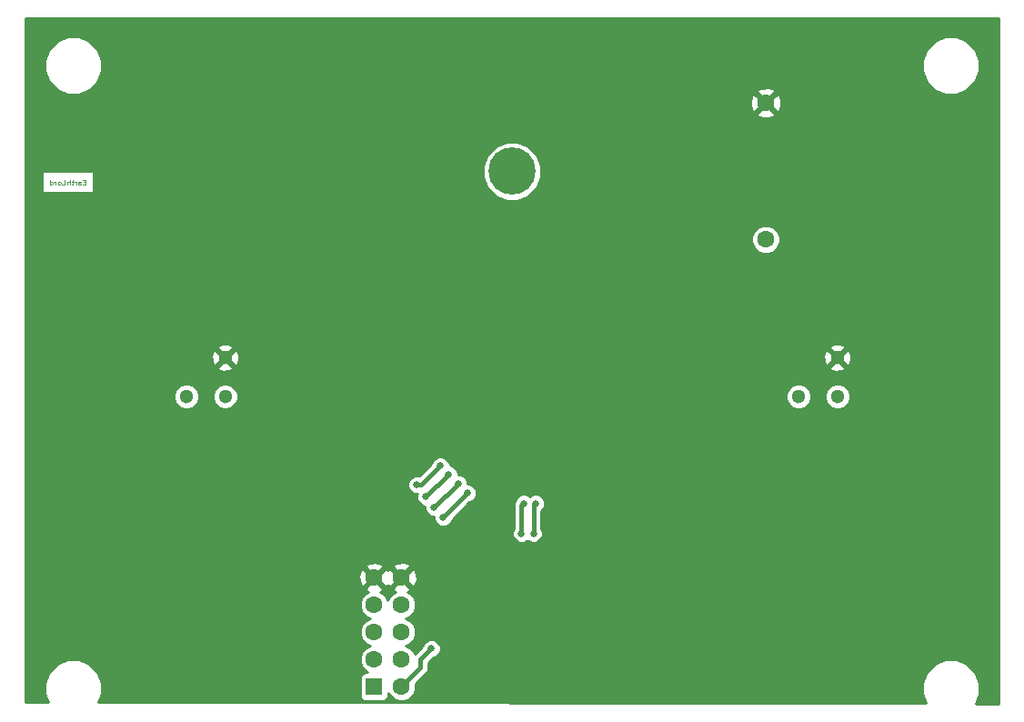
<source format=gbl>
G04 #@! TF.FileFunction,Copper,L2,Bot,Signal*
%FSLAX46Y46*%
G04 Gerber Fmt 4.6, Leading zero omitted, Abs format (unit mm)*
G04 Created by KiCad (PCBNEW (2015-06-24 BZR 5814)-product) date Tue Mar 14 22:56:28 2017*
%MOMM*%
G01*
G04 APERTURE LIST*
%ADD10C,0.100000*%
%ADD11C,0.125000*%
%ADD12C,1.600000*%
%ADD13C,4.400000*%
%ADD14R,1.600000X1.600000*%
%ADD15C,1.300000*%
%ADD16C,0.660400*%
%ADD17C,0.406400*%
%ADD18C,0.254000*%
G04 APERTURE END LIST*
D10*
D11*
X54166666Y-101864286D02*
X54000000Y-101864286D01*
X53928571Y-102126190D02*
X54166666Y-102126190D01*
X54166666Y-101626190D01*
X53928571Y-101626190D01*
X53500000Y-102126190D02*
X53500000Y-101864286D01*
X53523809Y-101816667D01*
X53571428Y-101792857D01*
X53666666Y-101792857D01*
X53714285Y-101816667D01*
X53500000Y-102102381D02*
X53547619Y-102126190D01*
X53666666Y-102126190D01*
X53714285Y-102102381D01*
X53738095Y-102054762D01*
X53738095Y-102007143D01*
X53714285Y-101959524D01*
X53666666Y-101935714D01*
X53547619Y-101935714D01*
X53500000Y-101911905D01*
X53261904Y-102126190D02*
X53261904Y-101792857D01*
X53261904Y-101888095D02*
X53238095Y-101840476D01*
X53214285Y-101816667D01*
X53166666Y-101792857D01*
X53119047Y-101792857D01*
X53023809Y-101792857D02*
X52833333Y-101792857D01*
X52952380Y-101626190D02*
X52952380Y-102054762D01*
X52928571Y-102102381D01*
X52880952Y-102126190D01*
X52833333Y-102126190D01*
X52666666Y-102126190D02*
X52666666Y-101626190D01*
X52452381Y-102126190D02*
X52452381Y-101864286D01*
X52476190Y-101816667D01*
X52523809Y-101792857D01*
X52595238Y-101792857D01*
X52642857Y-101816667D01*
X52666666Y-101840476D01*
X51976190Y-102126190D02*
X52214285Y-102126190D01*
X52214285Y-101626190D01*
X51738095Y-102126190D02*
X51785714Y-102102381D01*
X51809523Y-102078571D01*
X51833333Y-102030952D01*
X51833333Y-101888095D01*
X51809523Y-101840476D01*
X51785714Y-101816667D01*
X51738095Y-101792857D01*
X51666666Y-101792857D01*
X51619047Y-101816667D01*
X51595238Y-101840476D01*
X51571428Y-101888095D01*
X51571428Y-102030952D01*
X51595238Y-102078571D01*
X51619047Y-102102381D01*
X51666666Y-102126190D01*
X51738095Y-102126190D01*
X51357142Y-102126190D02*
X51357142Y-101792857D01*
X51357142Y-101888095D02*
X51333333Y-101840476D01*
X51309523Y-101816667D01*
X51261904Y-101792857D01*
X51214285Y-101792857D01*
X50833333Y-102126190D02*
X50833333Y-101626190D01*
X50833333Y-102102381D02*
X50880952Y-102126190D01*
X50976190Y-102126190D01*
X51023809Y-102102381D01*
X51047618Y-102078571D01*
X51071428Y-102030952D01*
X51071428Y-101888095D01*
X51047618Y-101840476D01*
X51023809Y-101816667D01*
X50976190Y-101792857D01*
X50880952Y-101792857D01*
X50833333Y-101816667D01*
D12*
X117475000Y-94488000D03*
X117475000Y-107188000D03*
D13*
X93850000Y-100838000D03*
D14*
X81026000Y-148844000D03*
D12*
X83566000Y-148844000D03*
X81026000Y-146304000D03*
X83566000Y-146304000D03*
X81026000Y-143764000D03*
X83566000Y-143764000D03*
X81026000Y-141224000D03*
X83566000Y-141224000D03*
X81026000Y-138684000D03*
X83566000Y-138684000D03*
D15*
X63554000Y-121796000D03*
X67146000Y-118204000D03*
X67146000Y-121796000D03*
X120554000Y-121796000D03*
X124146000Y-118204000D03*
X124146000Y-121796000D03*
D16*
X83845400Y-125476000D03*
X89865200Y-136474200D03*
X102350000Y-149550000D03*
X104190800Y-126542800D03*
X86614000Y-149758400D03*
X99110800Y-135534400D03*
X106172000Y-134569200D03*
X108915200Y-123647200D03*
X87960200Y-129057400D03*
X85852000Y-131165600D03*
X96062800Y-131775200D03*
X95859600Y-134569200D03*
X87198200Y-128270000D03*
X84988400Y-130048000D03*
X94945200Y-131775200D03*
X94742000Y-134569200D03*
X86360000Y-145288000D03*
X86614000Y-132156200D03*
X88849200Y-129921000D03*
X87452200Y-133070600D03*
X89712800Y-130810000D03*
D17*
X87960200Y-129057400D02*
X85852000Y-131165600D01*
X95859600Y-131978400D02*
X96062800Y-131775200D01*
X95859600Y-134569200D02*
X95859600Y-131978400D01*
X87198200Y-128270000D02*
X85420200Y-130048000D01*
X85420200Y-130048000D02*
X84988400Y-130048000D01*
X94742000Y-131978400D02*
X94945200Y-131775200D01*
X94742000Y-134569200D02*
X94742000Y-131978400D01*
X85344000Y-147066000D02*
X83566000Y-148844000D01*
X85344000Y-146304000D02*
X85344000Y-147066000D01*
X86360000Y-145288000D02*
X85344000Y-146304000D01*
X86614000Y-132156200D02*
X88849200Y-129921000D01*
X87452200Y-133070600D02*
X89712800Y-130810000D01*
D18*
G36*
X139116600Y-150392753D02*
X137028181Y-150390439D01*
X137382933Y-149536103D01*
X137383865Y-148468580D01*
X136976202Y-147481962D01*
X136222009Y-146726451D01*
X135236103Y-146317067D01*
X134168580Y-146316135D01*
X133181962Y-146723798D01*
X132426451Y-147477991D01*
X132017067Y-148463897D01*
X132016135Y-149531420D01*
X132368942Y-150385277D01*
X55365754Y-150299954D01*
X55682933Y-149536103D01*
X55683865Y-148468580D01*
X55276202Y-147481962D01*
X54522009Y-146726451D01*
X53536103Y-146317067D01*
X52468580Y-146316135D01*
X51481962Y-146723798D01*
X50726451Y-147477991D01*
X50317067Y-148463897D01*
X50316135Y-149531420D01*
X50631520Y-150294708D01*
X48583400Y-150292439D01*
X48583400Y-139691745D01*
X80197861Y-139691745D01*
X80271995Y-139937864D01*
X80472535Y-140009946D01*
X80271676Y-140092939D01*
X79896258Y-140467703D01*
X79692832Y-140957607D01*
X79692369Y-141488066D01*
X79894939Y-141978324D01*
X80269703Y-142353742D01*
X80607708Y-142494094D01*
X80271676Y-142632939D01*
X79896258Y-143007703D01*
X79692832Y-143497607D01*
X79692369Y-144028066D01*
X79894939Y-144518324D01*
X80269703Y-144893742D01*
X80607708Y-145034094D01*
X80271676Y-145172939D01*
X79896258Y-145547703D01*
X79692832Y-146037607D01*
X79692369Y-146568066D01*
X79894939Y-147058324D01*
X80269703Y-147433742D01*
X80429631Y-147500150D01*
X80226000Y-147500150D01*
X80022617Y-147539611D01*
X79843861Y-147657034D01*
X79724204Y-147834302D01*
X79682150Y-148044000D01*
X79682150Y-149644000D01*
X79721611Y-149847383D01*
X79839034Y-150026139D01*
X80016302Y-150145796D01*
X80226000Y-150187850D01*
X81826000Y-150187850D01*
X82029383Y-150148389D01*
X82208139Y-150030966D01*
X82327796Y-149853698D01*
X82369850Y-149644000D01*
X82369850Y-149440796D01*
X82434939Y-149598324D01*
X82809703Y-149973742D01*
X83299607Y-150177168D01*
X83830066Y-150177631D01*
X84320324Y-149975061D01*
X84695742Y-149600297D01*
X84899168Y-149110393D01*
X84899631Y-148579934D01*
X84891487Y-148560223D01*
X85864855Y-147586855D01*
X85894690Y-147542204D01*
X86024530Y-147347885D01*
X86080600Y-147066000D01*
X86080600Y-146609110D01*
X86542842Y-146146868D01*
X86848551Y-146020551D01*
X87091698Y-145777829D01*
X87223450Y-145460534D01*
X87223750Y-145116973D01*
X87092551Y-144799449D01*
X86849829Y-144556302D01*
X86532534Y-144424550D01*
X86188973Y-144424250D01*
X85871449Y-144555449D01*
X85628302Y-144798171D01*
X85500616Y-145105674D01*
X84823145Y-145783145D01*
X84804845Y-145810533D01*
X84697061Y-145549676D01*
X84322297Y-145174258D01*
X83984292Y-145033906D01*
X84320324Y-144895061D01*
X84695742Y-144520297D01*
X84899168Y-144030393D01*
X84899631Y-143499934D01*
X84697061Y-143009676D01*
X84322297Y-142634258D01*
X83984292Y-142493906D01*
X84320324Y-142355061D01*
X84695742Y-141980297D01*
X84899168Y-141490393D01*
X84899631Y-140959934D01*
X84697061Y-140469676D01*
X84322297Y-140094258D01*
X84132601Y-140015489D01*
X84320005Y-139937864D01*
X84394139Y-139691745D01*
X83566000Y-138863605D01*
X82737861Y-139691745D01*
X82811995Y-139937864D01*
X83012535Y-140009946D01*
X82811676Y-140092939D01*
X82436258Y-140467703D01*
X82295906Y-140805708D01*
X82157061Y-140469676D01*
X81782297Y-140094258D01*
X81592601Y-140015489D01*
X81780005Y-139937864D01*
X81854139Y-139691745D01*
X81026000Y-138863605D01*
X80666789Y-138863605D01*
X80846395Y-138684000D01*
X80846395Y-138684000D01*
X81205605Y-138684000D01*
X82033745Y-139512139D01*
X82279864Y-139438005D01*
X82294858Y-139396291D01*
X82312136Y-139438005D01*
X82558255Y-139512139D01*
X83386395Y-138684000D01*
X83745605Y-138684000D01*
X84573745Y-139512139D01*
X84819864Y-139438005D01*
X85012965Y-138900777D01*
X84985778Y-138330546D01*
X84819864Y-137929995D01*
X84573745Y-137855861D01*
X83745605Y-138684000D01*
X83386395Y-138684000D01*
X83386395Y-138684000D01*
X82558255Y-137855861D01*
X82312136Y-137929995D01*
X82297142Y-137971709D01*
X82279864Y-137929995D01*
X82033745Y-137855861D01*
X81674533Y-137855861D01*
X81854139Y-137676255D01*
X81780005Y-137430136D01*
X81318415Y-137264222D01*
X83212546Y-137264222D01*
X82811995Y-137430136D01*
X82737861Y-137676255D01*
X83566000Y-138504395D01*
X84394139Y-137676255D01*
X84320005Y-137430136D01*
X83782777Y-137237035D01*
X83212546Y-137264222D01*
X81318415Y-137264222D01*
X81242777Y-137237035D01*
X80672546Y-137264222D01*
X80271995Y-137430136D01*
X80197861Y-137676255D01*
X81026000Y-138504395D01*
X81674533Y-137855861D01*
X82033745Y-137855861D01*
X81674533Y-137855861D01*
X81674533Y-137855861D01*
X82033745Y-137855861D01*
X81205605Y-138684000D01*
X80846395Y-138684000D01*
X80018255Y-137855861D01*
X79772136Y-137929995D01*
X79579035Y-138467223D01*
X79606222Y-139037454D01*
X79772136Y-139438005D01*
X80018255Y-139512139D01*
X80666789Y-138863605D01*
X81026000Y-138863605D01*
X80666789Y-138863605D01*
X80666789Y-138863605D01*
X81026000Y-138863605D01*
X80197861Y-139691745D01*
X48583400Y-139691745D01*
X48583400Y-134091176D01*
X94005400Y-134091176D01*
X93878550Y-134396666D01*
X93878250Y-134740227D01*
X94009449Y-135057751D01*
X94252171Y-135300898D01*
X94569466Y-135432650D01*
X94913027Y-135432950D01*
X95230551Y-135301751D01*
X95300709Y-135231715D01*
X95369771Y-135300898D01*
X95687066Y-135432650D01*
X96030627Y-135432950D01*
X96348151Y-135301751D01*
X96591298Y-135059029D01*
X96723050Y-134741734D01*
X96723350Y-134398173D01*
X96596200Y-134090448D01*
X96596200Y-132462980D01*
X96794498Y-132265029D01*
X96926250Y-131947734D01*
X96926550Y-131604173D01*
X96795351Y-131286649D01*
X96552629Y-131043502D01*
X96235334Y-130911750D01*
X95891773Y-130911450D01*
X95574249Y-131042649D01*
X95504091Y-131112685D01*
X95435029Y-131043502D01*
X95117734Y-130911750D01*
X94774173Y-130911450D01*
X90576312Y-130911450D01*
X90576550Y-130638973D01*
X90445351Y-130321449D01*
X90202629Y-130078302D01*
X89885334Y-129946550D01*
X89712778Y-129946399D01*
X89712950Y-129749973D01*
X89581751Y-129432449D01*
X89339029Y-129189302D01*
X89021734Y-129057550D01*
X88823801Y-129057377D01*
X88823950Y-128886373D01*
X88692751Y-128568849D01*
X88450029Y-128325702D01*
X88132734Y-128193950D01*
X88061867Y-128193888D01*
X88061950Y-128098973D01*
X87930751Y-127781449D01*
X87688029Y-127538302D01*
X87370734Y-127406550D01*
X87027173Y-127406250D01*
X86709649Y-127537449D01*
X86466502Y-127780171D01*
X86338816Y-128087674D01*
X85218173Y-129208317D01*
X85160934Y-129184550D01*
X84817373Y-129184250D01*
X84499849Y-129315449D01*
X84256702Y-129558171D01*
X84124950Y-129875466D01*
X84124650Y-130219027D01*
X84255849Y-130536551D01*
X84498571Y-130779698D01*
X84815866Y-130911450D01*
X85022365Y-130911630D01*
X84988550Y-130993066D01*
X84988250Y-131336627D01*
X85119449Y-131654151D01*
X85362171Y-131897298D01*
X85679466Y-132029050D01*
X85750510Y-132029112D01*
X85750250Y-132327227D01*
X85881449Y-132644751D01*
X86124171Y-132887898D01*
X86441466Y-133019650D01*
X86588644Y-133019779D01*
X86588450Y-133241627D01*
X86719649Y-133559151D01*
X86962371Y-133802298D01*
X87279666Y-133934050D01*
X87623227Y-133934350D01*
X87940751Y-133803151D01*
X88183898Y-133560429D01*
X88311584Y-133252926D01*
X89895642Y-131668868D01*
X90201351Y-131542551D01*
X90444498Y-131299829D01*
X90576250Y-130982534D01*
X90576312Y-130911450D01*
X94774173Y-130911450D01*
X90576312Y-130911450D01*
X90576312Y-130911450D01*
X94774173Y-130911450D01*
X94456649Y-131042649D01*
X94213502Y-131285371D01*
X94081750Y-131602666D01*
X94081694Y-131666247D01*
X94061470Y-131696515D01*
X94005400Y-131978400D01*
X94005400Y-134091176D01*
X48583400Y-134091176D01*
X48583400Y-120792177D01*
X62884534Y-120792177D01*
X62551347Y-121124783D01*
X62370806Y-121559575D01*
X62370395Y-122030360D01*
X62550177Y-122465466D01*
X62882783Y-122798653D01*
X63317575Y-122979194D01*
X63788360Y-122979605D01*
X64223466Y-122799823D01*
X64556653Y-122467217D01*
X64737194Y-122032425D01*
X64737605Y-121561640D01*
X64557823Y-121126534D01*
X64225217Y-120793347D01*
X64222400Y-120792177D01*
X66476534Y-120792177D01*
X66143347Y-121124783D01*
X65962806Y-121559575D01*
X65962395Y-122030360D01*
X66142177Y-122465466D01*
X66474783Y-122798653D01*
X66909575Y-122979194D01*
X67380360Y-122979605D01*
X67815466Y-122799823D01*
X68148653Y-122467217D01*
X68329194Y-122032425D01*
X68329605Y-121561640D01*
X68149823Y-121126534D01*
X67817217Y-120793347D01*
X67814400Y-120792177D01*
X119884534Y-120792177D01*
X119551347Y-121124783D01*
X119370806Y-121559575D01*
X119370395Y-122030360D01*
X119550177Y-122465466D01*
X119882783Y-122798653D01*
X120317575Y-122979194D01*
X120788360Y-122979605D01*
X121223466Y-122799823D01*
X121556653Y-122467217D01*
X121737194Y-122032425D01*
X121737605Y-121561640D01*
X121557823Y-121126534D01*
X121225217Y-120793347D01*
X121222400Y-120792177D01*
X123476534Y-120792177D01*
X123143347Y-121124783D01*
X122962806Y-121559575D01*
X122962395Y-122030360D01*
X123142177Y-122465466D01*
X123474783Y-122798653D01*
X123909575Y-122979194D01*
X124380360Y-122979605D01*
X124815466Y-122799823D01*
X125148653Y-122467217D01*
X125329194Y-122032425D01*
X125329605Y-121561640D01*
X125149823Y-121126534D01*
X124817217Y-120793347D01*
X124382425Y-120612806D01*
X123911640Y-120612395D01*
X123476534Y-120792177D01*
X121222400Y-120792177D01*
X120790425Y-120612806D01*
X120319640Y-120612395D01*
X119884534Y-120792177D01*
X67814400Y-120792177D01*
X67382425Y-120612806D01*
X66911640Y-120612395D01*
X66476534Y-120792177D01*
X64222400Y-120792177D01*
X63790425Y-120612806D01*
X63319640Y-120612395D01*
X62884534Y-120792177D01*
X48583400Y-120792177D01*
X48583400Y-119103016D01*
X66426590Y-119103016D01*
X66482271Y-119333611D01*
X66965078Y-119501622D01*
X67475428Y-119472083D01*
X67809729Y-119333611D01*
X67865410Y-119103016D01*
X123426590Y-119103016D01*
X123482271Y-119333611D01*
X123965078Y-119501622D01*
X124475428Y-119472083D01*
X124809729Y-119333611D01*
X124865410Y-119103016D01*
X124685805Y-118923410D01*
X125045016Y-118923410D01*
X125275611Y-118867729D01*
X125443622Y-118384922D01*
X125414083Y-117874572D01*
X125275611Y-117540271D01*
X125045016Y-117484590D01*
X124325605Y-118204000D01*
X123966395Y-118204000D01*
X123966395Y-118204000D01*
X123246984Y-117484590D01*
X123016389Y-117540271D01*
X122848378Y-118023078D01*
X122877917Y-118533428D01*
X123016389Y-118867729D01*
X123246984Y-118923410D01*
X123966395Y-118204000D01*
X124325605Y-118204000D01*
X123966395Y-118204000D01*
X123966395Y-118204000D01*
X124325605Y-118204000D01*
X125045016Y-118923410D01*
X124685805Y-118923410D01*
X124146000Y-118383605D01*
X123426590Y-119103016D01*
X67865410Y-119103016D01*
X67865410Y-119103016D01*
X67685805Y-118923410D01*
X68045016Y-118923410D01*
X68275611Y-118867729D01*
X68443622Y-118384922D01*
X68414083Y-117874572D01*
X68275611Y-117540271D01*
X68045016Y-117484590D01*
X67325605Y-118204000D01*
X66966395Y-118204000D01*
X66966395Y-118204000D01*
X66246984Y-117484590D01*
X66016389Y-117540271D01*
X65848378Y-118023078D01*
X65877917Y-118533428D01*
X66016389Y-118867729D01*
X66246984Y-118923410D01*
X66966395Y-118204000D01*
X67325605Y-118204000D01*
X66966395Y-118204000D01*
X66966395Y-118204000D01*
X67325605Y-118204000D01*
X68045016Y-118923410D01*
X67685805Y-118923410D01*
X67146000Y-118383605D01*
X66426590Y-119103016D01*
X48583400Y-119103016D01*
X48583400Y-116935917D01*
X66816572Y-116935917D01*
X66482271Y-117074389D01*
X66426590Y-117304984D01*
X67146000Y-118024395D01*
X67865410Y-117304984D01*
X67809729Y-117074389D01*
X67411808Y-116935917D01*
X123816572Y-116935917D01*
X123482271Y-117074389D01*
X123426590Y-117304984D01*
X124146000Y-118024395D01*
X124865410Y-117304984D01*
X124809729Y-117074389D01*
X124326922Y-116906378D01*
X123816572Y-116935917D01*
X67411808Y-116935917D01*
X67326922Y-116906378D01*
X66816572Y-116935917D01*
X48583400Y-116935917D01*
X48583400Y-106056939D01*
X116720676Y-106056939D01*
X116345258Y-106431703D01*
X116141832Y-106921607D01*
X116141369Y-107452066D01*
X116343939Y-107942324D01*
X116718703Y-108317742D01*
X117208607Y-108521168D01*
X117739066Y-108521631D01*
X118229324Y-108319061D01*
X118604742Y-107944297D01*
X118808168Y-107454393D01*
X118808631Y-106923934D01*
X118606061Y-106433676D01*
X118231297Y-106058258D01*
X117741393Y-105854832D01*
X117210934Y-105854369D01*
X116720676Y-106056939D01*
X48583400Y-106056939D01*
X48583400Y-100829100D01*
X50118386Y-100829100D01*
X50118386Y-102845900D01*
X54881615Y-102845900D01*
X54881615Y-100829100D01*
X50118386Y-100829100D01*
X48583400Y-100829100D01*
X48583400Y-98519385D01*
X92303676Y-98519385D01*
X91534088Y-99287632D01*
X91117076Y-100291908D01*
X91116127Y-101379321D01*
X91531385Y-102384324D01*
X92299632Y-103153912D01*
X93303908Y-103570924D01*
X94391321Y-103571873D01*
X95396324Y-103156615D01*
X96165912Y-102388368D01*
X96582924Y-101384092D01*
X96583873Y-100296679D01*
X96168615Y-99291676D01*
X95400368Y-98522088D01*
X94396092Y-98105076D01*
X93308679Y-98104127D01*
X92303676Y-98519385D01*
X48583400Y-98519385D01*
X48583400Y-95495745D01*
X116646861Y-95495745D01*
X116720995Y-95741864D01*
X117258223Y-95934965D01*
X117828454Y-95907778D01*
X118229005Y-95741864D01*
X118303139Y-95495745D01*
X117475000Y-94667605D01*
X116646861Y-95495745D01*
X48583400Y-95495745D01*
X48583400Y-93733995D01*
X116221136Y-93733995D01*
X116028035Y-94271223D01*
X116055222Y-94841454D01*
X116221136Y-95242005D01*
X116467255Y-95316139D01*
X117295395Y-94488000D01*
X117654605Y-94488000D01*
X118482745Y-95316139D01*
X118728864Y-95242005D01*
X118921965Y-94704777D01*
X118894778Y-94134546D01*
X118728864Y-93733995D01*
X118482745Y-93659861D01*
X117654605Y-94488000D01*
X117295395Y-94488000D01*
X117295395Y-94488000D01*
X117115790Y-94308395D01*
X117475000Y-94308395D01*
X118303139Y-93480255D01*
X118229005Y-93234136D01*
X117691777Y-93041035D01*
X117121546Y-93068222D01*
X54726381Y-93068222D01*
X55273549Y-92522009D01*
X55682933Y-91536103D01*
X55683865Y-90468580D01*
X55276202Y-89481962D01*
X54522009Y-88726451D01*
X54515620Y-88723798D01*
X133181962Y-88723798D01*
X132426451Y-89477991D01*
X132017067Y-90463897D01*
X132016135Y-91531420D01*
X132423798Y-92518038D01*
X133177991Y-93273549D01*
X134163897Y-93682933D01*
X135231420Y-93683865D01*
X136218038Y-93276202D01*
X136973549Y-92522009D01*
X137382933Y-91536103D01*
X137383865Y-90468580D01*
X136976202Y-89481962D01*
X136222009Y-88726451D01*
X135236103Y-88317067D01*
X134168580Y-88316135D01*
X133181962Y-88723798D01*
X54515620Y-88723798D01*
X53536103Y-88317067D01*
X52468580Y-88316135D01*
X51481962Y-88723798D01*
X50726451Y-89477991D01*
X50317067Y-90463897D01*
X50316135Y-91531420D01*
X50723798Y-92518038D01*
X51477991Y-93273549D01*
X52463897Y-93682933D01*
X53531420Y-93683865D01*
X54518038Y-93276202D01*
X54726381Y-93068222D01*
X117121546Y-93068222D01*
X54726381Y-93068222D01*
X54726381Y-93068222D01*
X117121546Y-93068222D01*
X116720995Y-93234136D01*
X116646861Y-93480255D01*
X117475000Y-94308395D01*
X117115790Y-94308395D01*
X116467255Y-93659861D01*
X116221136Y-93733995D01*
X48583400Y-93733995D01*
X48583400Y-86583400D01*
X139116600Y-86583400D01*
X139116600Y-150392753D01*
X139116600Y-150392753D01*
G37*
X139116600Y-150392753D02*
X137028181Y-150390439D01*
X137382933Y-149536103D01*
X137383865Y-148468580D01*
X136976202Y-147481962D01*
X136222009Y-146726451D01*
X135236103Y-146317067D01*
X134168580Y-146316135D01*
X133181962Y-146723798D01*
X132426451Y-147477991D01*
X132017067Y-148463897D01*
X132016135Y-149531420D01*
X132368942Y-150385277D01*
X55365754Y-150299954D01*
X55682933Y-149536103D01*
X55683865Y-148468580D01*
X55276202Y-147481962D01*
X54522009Y-146726451D01*
X53536103Y-146317067D01*
X52468580Y-146316135D01*
X51481962Y-146723798D01*
X50726451Y-147477991D01*
X50317067Y-148463897D01*
X50316135Y-149531420D01*
X50631520Y-150294708D01*
X48583400Y-150292439D01*
X48583400Y-139691745D01*
X80197861Y-139691745D01*
X80271995Y-139937864D01*
X80472535Y-140009946D01*
X80271676Y-140092939D01*
X79896258Y-140467703D01*
X79692832Y-140957607D01*
X79692369Y-141488066D01*
X79894939Y-141978324D01*
X80269703Y-142353742D01*
X80607708Y-142494094D01*
X80271676Y-142632939D01*
X79896258Y-143007703D01*
X79692832Y-143497607D01*
X79692369Y-144028066D01*
X79894939Y-144518324D01*
X80269703Y-144893742D01*
X80607708Y-145034094D01*
X80271676Y-145172939D01*
X79896258Y-145547703D01*
X79692832Y-146037607D01*
X79692369Y-146568066D01*
X79894939Y-147058324D01*
X80269703Y-147433742D01*
X80429631Y-147500150D01*
X80226000Y-147500150D01*
X80022617Y-147539611D01*
X79843861Y-147657034D01*
X79724204Y-147834302D01*
X79682150Y-148044000D01*
X79682150Y-149644000D01*
X79721611Y-149847383D01*
X79839034Y-150026139D01*
X80016302Y-150145796D01*
X80226000Y-150187850D01*
X81826000Y-150187850D01*
X82029383Y-150148389D01*
X82208139Y-150030966D01*
X82327796Y-149853698D01*
X82369850Y-149644000D01*
X82369850Y-149440796D01*
X82434939Y-149598324D01*
X82809703Y-149973742D01*
X83299607Y-150177168D01*
X83830066Y-150177631D01*
X84320324Y-149975061D01*
X84695742Y-149600297D01*
X84899168Y-149110393D01*
X84899631Y-148579934D01*
X84891487Y-148560223D01*
X85864855Y-147586855D01*
X85894690Y-147542204D01*
X86024530Y-147347885D01*
X86080600Y-147066000D01*
X86080600Y-146609110D01*
X86542842Y-146146868D01*
X86848551Y-146020551D01*
X87091698Y-145777829D01*
X87223450Y-145460534D01*
X87223750Y-145116973D01*
X87092551Y-144799449D01*
X86849829Y-144556302D01*
X86532534Y-144424550D01*
X86188973Y-144424250D01*
X85871449Y-144555449D01*
X85628302Y-144798171D01*
X85500616Y-145105674D01*
X84823145Y-145783145D01*
X84804845Y-145810533D01*
X84697061Y-145549676D01*
X84322297Y-145174258D01*
X83984292Y-145033906D01*
X84320324Y-144895061D01*
X84695742Y-144520297D01*
X84899168Y-144030393D01*
X84899631Y-143499934D01*
X84697061Y-143009676D01*
X84322297Y-142634258D01*
X83984292Y-142493906D01*
X84320324Y-142355061D01*
X84695742Y-141980297D01*
X84899168Y-141490393D01*
X84899631Y-140959934D01*
X84697061Y-140469676D01*
X84322297Y-140094258D01*
X84132601Y-140015489D01*
X84320005Y-139937864D01*
X84394139Y-139691745D01*
X83566000Y-138863605D01*
X82737861Y-139691745D01*
X82811995Y-139937864D01*
X83012535Y-140009946D01*
X82811676Y-140092939D01*
X82436258Y-140467703D01*
X82295906Y-140805708D01*
X82157061Y-140469676D01*
X81782297Y-140094258D01*
X81592601Y-140015489D01*
X81780005Y-139937864D01*
X81854139Y-139691745D01*
X81026000Y-138863605D01*
X80666789Y-138863605D01*
X80846395Y-138684000D01*
X80846395Y-138684000D01*
X81205605Y-138684000D01*
X82033745Y-139512139D01*
X82279864Y-139438005D01*
X82294858Y-139396291D01*
X82312136Y-139438005D01*
X82558255Y-139512139D01*
X83386395Y-138684000D01*
X83745605Y-138684000D01*
X84573745Y-139512139D01*
X84819864Y-139438005D01*
X85012965Y-138900777D01*
X84985778Y-138330546D01*
X84819864Y-137929995D01*
X84573745Y-137855861D01*
X83745605Y-138684000D01*
X83386395Y-138684000D01*
X83386395Y-138684000D01*
X82558255Y-137855861D01*
X82312136Y-137929995D01*
X82297142Y-137971709D01*
X82279864Y-137929995D01*
X82033745Y-137855861D01*
X81674533Y-137855861D01*
X81854139Y-137676255D01*
X81780005Y-137430136D01*
X81318415Y-137264222D01*
X83212546Y-137264222D01*
X82811995Y-137430136D01*
X82737861Y-137676255D01*
X83566000Y-138504395D01*
X84394139Y-137676255D01*
X84320005Y-137430136D01*
X83782777Y-137237035D01*
X83212546Y-137264222D01*
X81318415Y-137264222D01*
X81242777Y-137237035D01*
X80672546Y-137264222D01*
X80271995Y-137430136D01*
X80197861Y-137676255D01*
X81026000Y-138504395D01*
X81674533Y-137855861D01*
X82033745Y-137855861D01*
X81674533Y-137855861D01*
X81674533Y-137855861D01*
X82033745Y-137855861D01*
X81205605Y-138684000D01*
X80846395Y-138684000D01*
X80018255Y-137855861D01*
X79772136Y-137929995D01*
X79579035Y-138467223D01*
X79606222Y-139037454D01*
X79772136Y-139438005D01*
X80018255Y-139512139D01*
X80666789Y-138863605D01*
X81026000Y-138863605D01*
X80666789Y-138863605D01*
X80666789Y-138863605D01*
X81026000Y-138863605D01*
X80197861Y-139691745D01*
X48583400Y-139691745D01*
X48583400Y-134091176D01*
X94005400Y-134091176D01*
X93878550Y-134396666D01*
X93878250Y-134740227D01*
X94009449Y-135057751D01*
X94252171Y-135300898D01*
X94569466Y-135432650D01*
X94913027Y-135432950D01*
X95230551Y-135301751D01*
X95300709Y-135231715D01*
X95369771Y-135300898D01*
X95687066Y-135432650D01*
X96030627Y-135432950D01*
X96348151Y-135301751D01*
X96591298Y-135059029D01*
X96723050Y-134741734D01*
X96723350Y-134398173D01*
X96596200Y-134090448D01*
X96596200Y-132462980D01*
X96794498Y-132265029D01*
X96926250Y-131947734D01*
X96926550Y-131604173D01*
X96795351Y-131286649D01*
X96552629Y-131043502D01*
X96235334Y-130911750D01*
X95891773Y-130911450D01*
X95574249Y-131042649D01*
X95504091Y-131112685D01*
X95435029Y-131043502D01*
X95117734Y-130911750D01*
X94774173Y-130911450D01*
X90576312Y-130911450D01*
X90576550Y-130638973D01*
X90445351Y-130321449D01*
X90202629Y-130078302D01*
X89885334Y-129946550D01*
X89712778Y-129946399D01*
X89712950Y-129749973D01*
X89581751Y-129432449D01*
X89339029Y-129189302D01*
X89021734Y-129057550D01*
X88823801Y-129057377D01*
X88823950Y-128886373D01*
X88692751Y-128568849D01*
X88450029Y-128325702D01*
X88132734Y-128193950D01*
X88061867Y-128193888D01*
X88061950Y-128098973D01*
X87930751Y-127781449D01*
X87688029Y-127538302D01*
X87370734Y-127406550D01*
X87027173Y-127406250D01*
X86709649Y-127537449D01*
X86466502Y-127780171D01*
X86338816Y-128087674D01*
X85218173Y-129208317D01*
X85160934Y-129184550D01*
X84817373Y-129184250D01*
X84499849Y-129315449D01*
X84256702Y-129558171D01*
X84124950Y-129875466D01*
X84124650Y-130219027D01*
X84255849Y-130536551D01*
X84498571Y-130779698D01*
X84815866Y-130911450D01*
X85022365Y-130911630D01*
X84988550Y-130993066D01*
X84988250Y-131336627D01*
X85119449Y-131654151D01*
X85362171Y-131897298D01*
X85679466Y-132029050D01*
X85750510Y-132029112D01*
X85750250Y-132327227D01*
X85881449Y-132644751D01*
X86124171Y-132887898D01*
X86441466Y-133019650D01*
X86588644Y-133019779D01*
X86588450Y-133241627D01*
X86719649Y-133559151D01*
X86962371Y-133802298D01*
X87279666Y-133934050D01*
X87623227Y-133934350D01*
X87940751Y-133803151D01*
X88183898Y-133560429D01*
X88311584Y-133252926D01*
X89895642Y-131668868D01*
X90201351Y-131542551D01*
X90444498Y-131299829D01*
X90576250Y-130982534D01*
X90576312Y-130911450D01*
X94774173Y-130911450D01*
X90576312Y-130911450D01*
X90576312Y-130911450D01*
X94774173Y-130911450D01*
X94456649Y-131042649D01*
X94213502Y-131285371D01*
X94081750Y-131602666D01*
X94081694Y-131666247D01*
X94061470Y-131696515D01*
X94005400Y-131978400D01*
X94005400Y-134091176D01*
X48583400Y-134091176D01*
X48583400Y-120792177D01*
X62884534Y-120792177D01*
X62551347Y-121124783D01*
X62370806Y-121559575D01*
X62370395Y-122030360D01*
X62550177Y-122465466D01*
X62882783Y-122798653D01*
X63317575Y-122979194D01*
X63788360Y-122979605D01*
X64223466Y-122799823D01*
X64556653Y-122467217D01*
X64737194Y-122032425D01*
X64737605Y-121561640D01*
X64557823Y-121126534D01*
X64225217Y-120793347D01*
X64222400Y-120792177D01*
X66476534Y-120792177D01*
X66143347Y-121124783D01*
X65962806Y-121559575D01*
X65962395Y-122030360D01*
X66142177Y-122465466D01*
X66474783Y-122798653D01*
X66909575Y-122979194D01*
X67380360Y-122979605D01*
X67815466Y-122799823D01*
X68148653Y-122467217D01*
X68329194Y-122032425D01*
X68329605Y-121561640D01*
X68149823Y-121126534D01*
X67817217Y-120793347D01*
X67814400Y-120792177D01*
X119884534Y-120792177D01*
X119551347Y-121124783D01*
X119370806Y-121559575D01*
X119370395Y-122030360D01*
X119550177Y-122465466D01*
X119882783Y-122798653D01*
X120317575Y-122979194D01*
X120788360Y-122979605D01*
X121223466Y-122799823D01*
X121556653Y-122467217D01*
X121737194Y-122032425D01*
X121737605Y-121561640D01*
X121557823Y-121126534D01*
X121225217Y-120793347D01*
X121222400Y-120792177D01*
X123476534Y-120792177D01*
X123143347Y-121124783D01*
X122962806Y-121559575D01*
X122962395Y-122030360D01*
X123142177Y-122465466D01*
X123474783Y-122798653D01*
X123909575Y-122979194D01*
X124380360Y-122979605D01*
X124815466Y-122799823D01*
X125148653Y-122467217D01*
X125329194Y-122032425D01*
X125329605Y-121561640D01*
X125149823Y-121126534D01*
X124817217Y-120793347D01*
X124382425Y-120612806D01*
X123911640Y-120612395D01*
X123476534Y-120792177D01*
X121222400Y-120792177D01*
X120790425Y-120612806D01*
X120319640Y-120612395D01*
X119884534Y-120792177D01*
X67814400Y-120792177D01*
X67382425Y-120612806D01*
X66911640Y-120612395D01*
X66476534Y-120792177D01*
X64222400Y-120792177D01*
X63790425Y-120612806D01*
X63319640Y-120612395D01*
X62884534Y-120792177D01*
X48583400Y-120792177D01*
X48583400Y-119103016D01*
X66426590Y-119103016D01*
X66482271Y-119333611D01*
X66965078Y-119501622D01*
X67475428Y-119472083D01*
X67809729Y-119333611D01*
X67865410Y-119103016D01*
X123426590Y-119103016D01*
X123482271Y-119333611D01*
X123965078Y-119501622D01*
X124475428Y-119472083D01*
X124809729Y-119333611D01*
X124865410Y-119103016D01*
X124685805Y-118923410D01*
X125045016Y-118923410D01*
X125275611Y-118867729D01*
X125443622Y-118384922D01*
X125414083Y-117874572D01*
X125275611Y-117540271D01*
X125045016Y-117484590D01*
X124325605Y-118204000D01*
X123966395Y-118204000D01*
X123966395Y-118204000D01*
X123246984Y-117484590D01*
X123016389Y-117540271D01*
X122848378Y-118023078D01*
X122877917Y-118533428D01*
X123016389Y-118867729D01*
X123246984Y-118923410D01*
X123966395Y-118204000D01*
X124325605Y-118204000D01*
X123966395Y-118204000D01*
X123966395Y-118204000D01*
X124325605Y-118204000D01*
X125045016Y-118923410D01*
X124685805Y-118923410D01*
X124146000Y-118383605D01*
X123426590Y-119103016D01*
X67865410Y-119103016D01*
X67865410Y-119103016D01*
X67685805Y-118923410D01*
X68045016Y-118923410D01*
X68275611Y-118867729D01*
X68443622Y-118384922D01*
X68414083Y-117874572D01*
X68275611Y-117540271D01*
X68045016Y-117484590D01*
X67325605Y-118204000D01*
X66966395Y-118204000D01*
X66966395Y-118204000D01*
X66246984Y-117484590D01*
X66016389Y-117540271D01*
X65848378Y-118023078D01*
X65877917Y-118533428D01*
X66016389Y-118867729D01*
X66246984Y-118923410D01*
X66966395Y-118204000D01*
X67325605Y-118204000D01*
X66966395Y-118204000D01*
X66966395Y-118204000D01*
X67325605Y-118204000D01*
X68045016Y-118923410D01*
X67685805Y-118923410D01*
X67146000Y-118383605D01*
X66426590Y-119103016D01*
X48583400Y-119103016D01*
X48583400Y-116935917D01*
X66816572Y-116935917D01*
X66482271Y-117074389D01*
X66426590Y-117304984D01*
X67146000Y-118024395D01*
X67865410Y-117304984D01*
X67809729Y-117074389D01*
X67411808Y-116935917D01*
X123816572Y-116935917D01*
X123482271Y-117074389D01*
X123426590Y-117304984D01*
X124146000Y-118024395D01*
X124865410Y-117304984D01*
X124809729Y-117074389D01*
X124326922Y-116906378D01*
X123816572Y-116935917D01*
X67411808Y-116935917D01*
X67326922Y-116906378D01*
X66816572Y-116935917D01*
X48583400Y-116935917D01*
X48583400Y-106056939D01*
X116720676Y-106056939D01*
X116345258Y-106431703D01*
X116141832Y-106921607D01*
X116141369Y-107452066D01*
X116343939Y-107942324D01*
X116718703Y-108317742D01*
X117208607Y-108521168D01*
X117739066Y-108521631D01*
X118229324Y-108319061D01*
X118604742Y-107944297D01*
X118808168Y-107454393D01*
X118808631Y-106923934D01*
X118606061Y-106433676D01*
X118231297Y-106058258D01*
X117741393Y-105854832D01*
X117210934Y-105854369D01*
X116720676Y-106056939D01*
X48583400Y-106056939D01*
X48583400Y-100829100D01*
X50118386Y-100829100D01*
X50118386Y-102845900D01*
X54881615Y-102845900D01*
X54881615Y-100829100D01*
X50118386Y-100829100D01*
X48583400Y-100829100D01*
X48583400Y-98519385D01*
X92303676Y-98519385D01*
X91534088Y-99287632D01*
X91117076Y-100291908D01*
X91116127Y-101379321D01*
X91531385Y-102384324D01*
X92299632Y-103153912D01*
X93303908Y-103570924D01*
X94391321Y-103571873D01*
X95396324Y-103156615D01*
X96165912Y-102388368D01*
X96582924Y-101384092D01*
X96583873Y-100296679D01*
X96168615Y-99291676D01*
X95400368Y-98522088D01*
X94396092Y-98105076D01*
X93308679Y-98104127D01*
X92303676Y-98519385D01*
X48583400Y-98519385D01*
X48583400Y-95495745D01*
X116646861Y-95495745D01*
X116720995Y-95741864D01*
X117258223Y-95934965D01*
X117828454Y-95907778D01*
X118229005Y-95741864D01*
X118303139Y-95495745D01*
X117475000Y-94667605D01*
X116646861Y-95495745D01*
X48583400Y-95495745D01*
X48583400Y-93733995D01*
X116221136Y-93733995D01*
X116028035Y-94271223D01*
X116055222Y-94841454D01*
X116221136Y-95242005D01*
X116467255Y-95316139D01*
X117295395Y-94488000D01*
X117654605Y-94488000D01*
X118482745Y-95316139D01*
X118728864Y-95242005D01*
X118921965Y-94704777D01*
X118894778Y-94134546D01*
X118728864Y-93733995D01*
X118482745Y-93659861D01*
X117654605Y-94488000D01*
X117295395Y-94488000D01*
X117295395Y-94488000D01*
X117115790Y-94308395D01*
X117475000Y-94308395D01*
X118303139Y-93480255D01*
X118229005Y-93234136D01*
X117691777Y-93041035D01*
X117121546Y-93068222D01*
X54726381Y-93068222D01*
X55273549Y-92522009D01*
X55682933Y-91536103D01*
X55683865Y-90468580D01*
X55276202Y-89481962D01*
X54522009Y-88726451D01*
X54515620Y-88723798D01*
X133181962Y-88723798D01*
X132426451Y-89477991D01*
X132017067Y-90463897D01*
X132016135Y-91531420D01*
X132423798Y-92518038D01*
X133177991Y-93273549D01*
X134163897Y-93682933D01*
X135231420Y-93683865D01*
X136218038Y-93276202D01*
X136973549Y-92522009D01*
X137382933Y-91536103D01*
X137383865Y-90468580D01*
X136976202Y-89481962D01*
X136222009Y-88726451D01*
X135236103Y-88317067D01*
X134168580Y-88316135D01*
X133181962Y-88723798D01*
X54515620Y-88723798D01*
X53536103Y-88317067D01*
X52468580Y-88316135D01*
X51481962Y-88723798D01*
X50726451Y-89477991D01*
X50317067Y-90463897D01*
X50316135Y-91531420D01*
X50723798Y-92518038D01*
X51477991Y-93273549D01*
X52463897Y-93682933D01*
X53531420Y-93683865D01*
X54518038Y-93276202D01*
X54726381Y-93068222D01*
X117121546Y-93068222D01*
X54726381Y-93068222D01*
X54726381Y-93068222D01*
X117121546Y-93068222D01*
X116720995Y-93234136D01*
X116646861Y-93480255D01*
X117475000Y-94308395D01*
X117115790Y-94308395D01*
X116467255Y-93659861D01*
X116221136Y-93733995D01*
X48583400Y-93733995D01*
X48583400Y-86583400D01*
X139116600Y-86583400D01*
X139116600Y-150392753D01*
M02*

</source>
